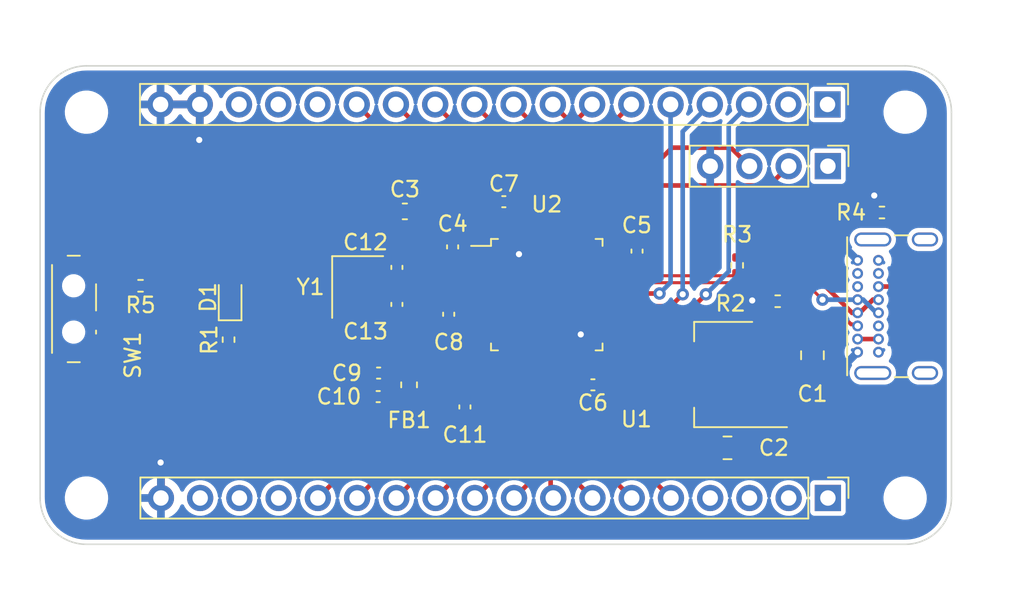
<source format=kicad_pcb>
(kicad_pcb (version 20211014) (generator pcbnew)
  (layers (0 "F.Cu" signal) (31 "B.Cu" power) (34 "B.Paste" user) (35 "F.Paste" user) (36 "B.SilkS" user "B.Silkscreen") (37 "F.SilkS" user "F.Silkscreen") (38 "B.Mask" user) (39 "F.Mask" user) (44 "Edge.Cuts" user))
  (net 0 "")
  (net 1 "VBUS")
  (net 2 "GND")
  (net 3 "+3V3")
  (net 4 "+3.3VA")
  (net 5 "/NRST")
  (net 6 "/HSE_IN")
  (net 7 "/HSE_OUT")
  (net 8 "/PWR_LED_K")
  (net 9 "/PB11")
  (net 10 "/PB12")
  (net 11 "/PB13")
  (net 12 "/PB14")
  (net 13 "/PB15")
  (net 14 "/PA0")
  (net 15 "/PA1")
  (net 16 "/PA2")
  (net 17 "/PA3")
  (net 18 "/PA4")
  (net 19 "/PA5")
  (net 20 "/PA6")
  (net 21 "/PA7")
  (net 22 "/PA8")
  (net 23 "/PA9")
  (net 24 "/PA15")
  (net 25 "/PC13")
  (net 26 "/PC14")
  (net 27 "/PC15")
  (net 28 "/PB0")
  (net 29 "/PB1")
  (net 30 "/PB2")
  (net 31 "/PB3")
  (net 32 "/PB4")
  (net 33 "/PB5")
  (net 34 "/PB6")
  (net 35 "/PB7")
  (net 36 "/PB8")
  (net 37 "/PB9")
  (net 38 "/PB10")
  (net 39 "/CC1")
  (net 41 "/CC2")
  (net 44 "/SWDIO")
  (net 45 "/SWCLK")
  (net 46 "/SW_BOOT0")
  (net 47 "/BOOT0")
  (net 48 "/PA10")
  (net 49 "/USB_D-")
  (net 50 "/USB_D+")
  (footprint "Capacitor_SMD:C_0402_1005Metric" (layer "F.Cu") (at 167.786 109.667 180)
    (fp_text reference "C6" (at 0 -1.16) (layer "F.SilkS"))
    (fp_text value "100n")
    (fp_line (start -0.107836 0.36) (end 0.107836 0.36) (layer "F.SilkS") (width 0.12))
    (fp_line (start -0.107836 -0.36) (end 0.107836 -0.36) (layer "F.SilkS") (width 0.12))
    (pad "1" smd roundrect (at -0.48 0 180) (size 0.56 0.62) (layers "F.Cu" "F.Paste" "F.Mask") (net 3 "+3V3"))
    (pad "2" smd roundrect (at 0.48 0 180) (size 0.56 0.62) (layers "F.Cu" "F.Paste" "F.Mask") (net 2 "GND"))
  )
  (footprint "Resistor_SMD:R_0402_1005Metric" (layer "F.Cu") (at 179.75 104.25 180)
    (fp_text reference "R2" (at 3.05 -0.15 180) (layer "F.SilkS"))
    (fp_text value "5k1")
    (fp_line (start -0.153641 0.38) (end 0.153641 0.38) (layer "F.SilkS") (width 0.12))
    (fp_line (start -0.153641 -0.38) (end 0.153641 -0.38) (layer "F.SilkS") (width 0.12))
    (pad "1" smd roundrect (at -0.51 0 180) (size 0.54 0.64) (layers "F.Cu" "F.Paste" "F.Mask") (net 39 "/CC1"))
    (pad "2" smd roundrect (at 0.51 0 180) (size 0.54 0.64) (layers "F.Cu" "F.Paste" "F.Mask") (net 2 "GND"))
  )
  (footprint "Resistor_SMD:R_0402_1005Metric" (layer "F.Cu") (at 186.5 98.5 180)
    (fp_text reference "R4" (at 2 0) (layer "F.SilkS"))
    (fp_text value "5k1")
    (fp_line (start -0.153641 -0.38) (end 0.153641 -0.38) (layer "F.SilkS") (width 0.12))
    (fp_line (start -0.153641 0.38) (end 0.153641 0.38) (layer "F.SilkS") (width 0.12))
    (pad "1" smd roundrect (at -0.51 0 180) (size 0.54 0.64) (layers "F.Cu" "F.Paste" "F.Mask") (net 41 "/CC2"))
    (pad "2" smd roundrect (at 0.51 0 180) (size 0.54 0.64) (layers "F.Cu" "F.Paste" "F.Mask") (net 2 "GND"))
  )
  (footprint "MountingHole:MountingHole_2.2mm_M2" (layer "F.Cu") (at 188 117)
    (fp_text reference "H1")
    (fp_text value "MountingHole")
    (pad "" np_thru_hole circle (at 0 0) (size 2.2 2.2) (drill 2.2) (layers *.Cu *.Mask))
  )
  (footprint "LED_SMD:LED_0603_1608Metric" (layer "F.Cu") (at 144.3 104 90)
    (fp_text reference "D1" (at 0 -1.43 90) (layer "F.SilkS"))
    (fp_text value "RED")
    (fp_line (start -1.485 0.735) (end 0.8 0.735) (layer "F.SilkS") (width 0.12))
    (fp_line (start 0.8 -0.735) (end -1.485 -0.735) (layer "F.SilkS") (width 0.12))
    (fp_line (start -1.485 -0.735) (end -1.485 0.735) (layer "F.SilkS") (width 0.12))
    (pad "1" smd roundrect (at -0.7875 0 90) (size 0.875 0.95) (layers "F.Cu" "F.Paste" "F.Mask") (net 8 "/PWR_LED_K"))
    (pad "2" smd roundrect (at 0.7875 0 90) (size 0.875 0.95) (layers "F.Cu" "F.Paste" "F.Mask") (net 3 "+3V3"))
  )
  (footprint "Capacitor_SMD:C_0402_1005Metric" (layer "F.Cu") (at 153.914 108.905 180)
    (fp_text reference "C9" (at 2.06 0) (layer "F.SilkS"))
    (fp_text value "1u")
    (fp_line (start -0.107836 -0.36) (end 0.107836 -0.36) (layer "F.SilkS") (width 0.12))
    (fp_line (start -0.107836 0.36) (end 0.107836 0.36) (layer "F.SilkS") (width 0.12))
    (pad "1" smd roundrect (at -0.48 0 180) (size 0.56 0.62) (layers "F.Cu" "F.Paste" "F.Mask") (net 4 "+3.3VA"))
    (pad "2" smd roundrect (at 0.48 0 180) (size 0.56 0.62) (layers "F.Cu" "F.Paste" "F.Mask") (net 2 "GND"))
  )
  (footprint "Capacitor_SMD:C_0402_1005Metric" (layer "F.Cu") (at 158.45 105.095 90)
    (fp_text reference "C8" (at -1.806 0 180) (layer "F.SilkS"))
    (fp_text value "10n")
    (fp_line (start -0.107836 -0.36) (end 0.107836 -0.36) (layer "F.SilkS") (width 0.12))
    (fp_line (start -0.107836 0.36) (end 0.107836 0.36) (layer "F.SilkS") (width 0.12))
    (pad "1" smd roundrect (at -0.48 0 90) (size 0.56 0.62) (layers "F.Cu" "F.Paste" "F.Mask") (net 4 "+3.3VA"))
    (pad "2" smd roundrect (at 0.48 0 90) (size 0.56 0.62) (layers "F.Cu" "F.Paste" "F.Mask") (net 2 "GND"))
  )
  (footprint "Resistor_SMD:R_0402_1005Metric" (layer "F.Cu") (at 177.125 101.925 -90)
    (fp_text reference "R3" (at -2 0) (layer "F.SilkS"))
    (fp_text value "1k5")
    (fp_line (start -0.153641 -0.38) (end 0.153641 -0.38) (layer "F.SilkS") (width 0.12))
    (fp_line (start -0.153641 0.38) (end 0.153641 0.38) (layer "F.SilkS") (width 0.12))
    (pad "1" smd roundrect (at -0.51 0 270) (size 0.54 0.64) (layers "F.Cu" "F.Paste" "F.Mask") (net 3 "+3V3"))
    (pad "2" smd roundrect (at 0.51 0 270) (size 0.54 0.64) (layers "F.Cu" "F.Paste" "F.Mask") (net 50 "/USB_D+"))
  )
  (footprint "Capacitor_SMD:C_0402_1005Metric" (layer "F.Cu") (at 155.096 102.059 90)
    (fp_text reference "C12" (at 1.63 -2.032) (layer "F.SilkS"))
    (fp_text value "10p")
    (fp_line (start -0.107836 0.36) (end 0.107836 0.36) (layer "F.SilkS") (width 0.12))
    (fp_line (start -0.107836 -0.36) (end 0.107836 -0.36) (layer "F.SilkS") (width 0.12))
    (pad "1" smd roundrect (at -0.48 0 90) (size 0.56 0.62) (layers "F.Cu" "F.Paste" "F.Mask") (net 6 "/HSE_IN"))
    (pad "2" smd roundrect (at 0.48 0 90) (size 0.56 0.62) (layers "F.Cu" "F.Paste" "F.Mask") (net 2 "GND"))
  )
  (footprint "MountingHole:MountingHole_2.2mm_M2" (layer "F.Cu") (at 188 92)
    (fp_text reference "H4")
    (fp_text value "MountingHole")
    (pad "" np_thru_hole circle (at 0 0) (size 2.2 2.2) (drill 2.2) (layers *.Cu *.Mask))
  )
  (footprint "Capacitor_SMD:C_0805_2012Metric" (layer "F.Cu") (at 176.5 113.75)
    (fp_text reference "C2" (at 3 0) (layer "F.SilkS"))
    (fp_text value "22u")
    (fp_line (start -0.261252 0.735) (end 0.261252 0.735) (layer "F.SilkS") (width 0.12))
    (fp_line (start -0.261252 -0.735) (end 0.261252 -0.735) (layer "F.SilkS") (width 0.12))
    (pad "1" smd roundrect (at -0.95 0) (size 1 1.45) (layers "F.Cu" "F.Paste" "F.Mask") (net 3 "+3V3"))
    (pad "2" smd roundrect (at 0.95 0) (size 1 1.45) (layers "F.Cu" "F.Paste" "F.Mask") (net 2 "GND"))
  )
  (footprint "Resistor_SMD:R_0402_1005Metric" (layer "F.Cu") (at 138.5 103.25)
    (fp_text reference "R5" (at 0 1.25) (layer "F.SilkS"))
    (fp_text value "10k")
    (fp_line (start -0.153641 -0.38) (end 0.153641 -0.38) (layer "F.SilkS") (width 0.12))
    (fp_line (start -0.153641 0.38) (end 0.153641 0.38) (layer "F.SilkS") (width 0.12))
    (pad "1" smd roundrect (at -0.51 0) (size 0.54 0.64) (layers "F.Cu" "F.Paste" "F.Mask") (net 46 "/SW_BOOT0"))
    (pad "2" smd roundrect (at 0.51 0) (size 0.54 0.64) (layers "F.Cu" "F.Paste" "F.Mask") (net 47 "/BOOT0"))
  )
  (footprint "Capacitor_SMD:C_0402_1005Metric" (layer "F.Cu") (at 170.642 101.003 -90)
    (fp_text reference "C5" (at -1.678 0.017 180) (layer "F.SilkS"))
    (fp_text value "100n")
    (fp_line (start -0.107836 -0.36) (end 0.107836 -0.36) (layer "F.SilkS") (width 0.12))
    (fp_line (start -0.107836 0.36) (end 0.107836 0.36) (layer "F.SilkS") (width 0.12))
    (pad "1" smd roundrect (at -0.48 0 270) (size 0.56 0.62) (layers "F.Cu" "F.Paste" "F.Mask") (net 3 "+3V3"))
    (pad "2" smd roundrect (at 0.48 0 270) (size 0.56 0.62) (layers "F.Cu" "F.Paste" "F.Mask") (net 2 "GND"))
  )
  (footprint "Inductor_SMD:L_0603_1608Metric" (layer "F.Cu") (at 155.886 109.667 -90)
    (fp_text reference "FB1" (at 2.286 0 180) (layer "F.SilkS"))
    (fp_text value "120R")
    (fp_line (start -0.162779 0.51) (end 0.162779 0.51) (layer "F.SilkS") (width 0.12))
    (fp_line (start -0.162779 -0.51) (end 0.162779 -0.51) (layer "F.SilkS") (width 0.12))
    (pad "1" smd roundrect (at -0.7875 0 270) (size 0.875 0.95) (layers "F.Cu" "F.Paste" "F.Mask") (net 4 "+3.3VA"))
    (pad "2" smd roundrect (at 0.7875 0 270) (size 0.875 0.95) (layers "F.Cu" "F.Paste" "F.Mask") (net 3 "+3V3"))
  )
  (footprint "Resistor_SMD:R_0402_1005Metric" (layer "F.Cu") (at 144.2 106.74 -90)
    (fp_text reference "R1" (at 0.01 1.25 90) (layer "F.SilkS"))
    (fp_text value "1k5")
    (fp_line (start -0.153641 0.38) (end 0.153641 0.38) (layer "F.SilkS") (width 0.12))
    (fp_line (start -0.153641 -0.38) (end 0.153641 -0.38) (layer "F.SilkS") (width 0.12))
    (pad "1" smd roundrect (at -0.51 0 270) (size 0.54 0.64) (layers "F.Cu" "F.Paste" "F.Mask") (net 8 "/PWR_LED_K"))
    (pad "2" smd roundrect (at 0.51 0 270) (size 0.54 0.64) (layers "F.Cu" "F.Paste" "F.Mask") (net 2 "GND"))
  )
  (footprint "Capacitor_SMD:C_0402_1005Metric" (layer "F.Cu") (at 162.02 97.8)
    (fp_text reference "C7" (at 0 -1.16) (layer "F.SilkS"))
    (fp_text value "100n")
    (fp_line (start -0.107836 -0.36) (end 0.107836 -0.36) (layer "F.SilkS") (width 0.12))
    (fp_line (start -0.107836 0.36) (end 0.107836 0.36) (layer "F.SilkS") (width 0.12))
    (pad "1" smd roundrect (at -0.48 0) (size 0.56 0.62) (layers "F.Cu" "F.Paste" "F.Mask") (net 3 "+3V3"))
    (pad "2" smd roundrect (at 0.48 0) (size 0.56 0.62) (layers "F.Cu" "F.Paste" "F.Mask") (net 2 "GND"))
  )
  (footprint "Capacitor_SMD:C_0603_1608Metric" (layer "F.Cu") (at 155.6125 98.429)
    (fp_text reference "C3" (at 0 -1.43) (layer "F.SilkS"))
    (fp_text value "10u")
    (fp_line (start -0.14058 -0.51) (end 0.14058 -0.51) (layer "F.SilkS") (width 0.12))
    (fp_line (start -0.14058 0.51) (end 0.14058 0.51) (layer "F.SilkS") (width 0.12))
    (pad "1" smd roundrect (at -0.775 0) (size 0.9 0.95) (layers "F.Cu" "F.Paste" "F.Mask") (net 3 "+3V3"))
    (pad "2" smd roundrect (at 0.775 0) (size 0.9 0.95) (layers "F.Cu" "F.Paste" "F.Mask") (net 2 "GND"))
  )
  (footprint "Capacitor_SMD:C_0402_1005Metric" (layer "F.Cu") (at 159.5 111.1 -90)
    (fp_text reference "C11" (at 1.8 0 180) (layer "F.SilkS"))
    (fp_text value "100n")
    (fp_line (start -0.107836 -0.36) (end 0.107836 -0.36) (layer "F.SilkS") (width 0.12))
    (fp_line (start -0.107836 0.36) (end 0.107836 0.36) (layer "F.SilkS") (width 0.12))
    (pad "1" smd roundrect (at -0.48 0 270) (size 0.56 0.62) (layers "F.Cu" "F.Paste" "F.Mask") (net 5 "/NRST"))
    (pad "2" smd roundrect (at 0.48 0 270) (size 0.56 0.62) (layers "F.Cu" "F.Paste" "F.Mask") (net 2 "GND"))
  )
  (footprint "Connector_PinHeader_2.54mm:PinHeader_1x18_P2.54mm_Vertical" (layer "F.Cu") (at 183 117 -90)
    (fp_text reference "J1" hide)
    (fp_text value "Conn_01x18_Male")
    (fp_line (start -1.33 -1.33) (end 0 -1.33) (layer "F.SilkS") (width 0.12))
    (fp_line (start -1.33 0) (end -1.33 -1.33) (layer "F.SilkS") (width 0.12))
    (fp_line (start -1.33 1.27) (end -1.33 44.51) (layer "F.SilkS") (width 0.12))
    (fp_line (start 1.33 1.27) (end 1.33 44.51) (layer "F.SilkS") (width 0.12))
    (fp_line (start -1.33 1.27) (end 1.33 1.27) (layer "F.SilkS") (width 0.12))
    (fp_line (start -1.33 44.51) (end 1.33 44.51) (layer "F.SilkS") (width 0.12))
    (pad "1" thru_hole rect (at 0 0 270) (size 1.7 1.7) (drill 1) (layers *.Cu *.Mask) (net 3 "+3V3"))
    (pad "2" thru_hole oval (at 0 2.54 270) (size 1.7 1.7) (drill 1) (layers *.Cu *.Mask) (net 12 "/PB14"))
    (pad "3" thru_hole oval (at 0 5.08 270) (size 1.7 1.7) (drill 1) (layers *.Cu *.Mask) (net 11 "/PB13"))
    (pad "4" thru_hole oval (at 0 7.62 270) (size 1.7 1.7) (drill 1) (layers *.Cu *.Mask) (net 10 "/PB12"))
    (pad "5" thru_hole oval (at 0 10.16 270) (size 1.7 1.7) (drill 1) (layers *.Cu *.Mask) (net 9 "/PB11"))
    (pad "6" thru_hole oval (at 0 12.7 270) (size 1.7 1.7) (drill 1) (layers *.Cu *.Mask) (net 38 "/PB10"))
    (pad "7" thru_hole oval (at 0 15.24 270) (size 1.7 1.7) (drill 1) (layers *.Cu *.Mask) (net 30 "/PB2"))
    (pad "8" thru_hole oval (at 0 17.78 270) (size 1.7 1.7) (drill 1) (layers *.Cu *.Mask) (net 29 "/PB1"))
    (pad "9" thru_hole oval (at 0 20.32 270) (size 1.7 1.7) (drill 1) (layers *.Cu *.Mask) (net 28 "/PB0"))
    (pad "10" thru_hole oval (at 0 22.86 270) (size 1.7 1.7) (drill 1) (layers *.Cu *.Mask) (net 21 "/PA7"))
    (pad "11" thru_hole oval (at 0 25.4 270) (size 1.7 1.7) (drill 1) (layers *.Cu *.Mask) (net 20 "/PA6"))
    (pad "12" thru_hole oval (at 0 27.94 270) (size 1.7 1.7) (drill 1) (layers *.Cu *.Mask) (net 19 "/PA5"))
    (pad "13" thru_hole oval (at 0 30.48 270) (size 1.7 1.7) (drill 1) (layers *.Cu *.Mask) (net 18 "/PA4"))
    (pad "14" thru_hole oval (at 0 33.02 270) (size 1.7 1.7) (drill 1) (layers *.Cu *.Mask) (net 17 "/PA3"))
    (pad "15" thru_hole oval (at 0 35.56 270) (size 1.7 1.7) (drill 1) (layers *.Cu *.Mask) (net 16 "/PA2"))
    (pad "16" thru_hole oval (at 0 38.1 270) (size 1.7 1.7) (drill 1) (layers *.Cu *.Mask) (net 15 "/PA1"))
    (pad "17" thru_hole oval (at 0 40.64 270) (size 1.7 1.7) (drill 1) (layers *.Cu *.Mask) (net 14 "/PA0"))
    (pad "18" thru_hole oval (at 0 43.18 270) (size 1.7 1.7) (drill 1) (layers *.Cu *.Mask) (net 2 "GND"))
  )
  (footprint "Button_Switch_SMD:SW_SPDT_PCM12" (layer "F.Cu") (at 134.5 104.75 -90)
    (fp_text reference "SW1" (at 3 -3.5 90) (layer "F.SilkS"))
    (fp_text value "SW_SPDT")
    (fp_line (start -1.6 -1.12) (end 0.1 -1.12) (layer "F.SilkS") (width 0.12))
    (fp_line (start 3.45 0.72) (end 3.45 -0.07) (layer "F.SilkS") (width 0.12))
    (fp_line (start 1.4 -1.12) (end 1.6 -1.12) (layer "F.SilkS") (width 0.12))
    (fp_line (start -3.45 -0.07) (end -3.45 0.72) (layer "F.SilkS") (width 0.12))
    (fp_line (start -2.85 1.73) (end 2.85 1.73) (layer "F.SilkS") (width 0.12))
    (pad "" smd rect (at -3.65 1.43 270) (size 1 0.8) (layers "F.Cu" "F.Paste" "F.Mask"))
    (pad "" smd rect (at -3.65 -0.78 270) (size 1 0.8) (layers "F.Cu" "F.Paste" "F.Mask"))
    (pad "" np_thru_hole circle (at -1.5 0.33 270) (size 0.9 0.9) (drill 0.9) (layers *.Cu *.Mask))
    (pad "" np_thru_hole circle (at 1.5 0.33 270) (size 0.9 0.9) (drill 0.9) (layers *.Cu *.Mask))
    (pad "" smd rect (at 3.65 -0.78 270) (size 1 0.8) (layers "F.Cu" "F.Paste" "F.Mask"))
    (pad "" smd rect (at 3.65 1.43 270) (size 1 0.8) (layers "F.Cu" "F.Paste" "F.Mask"))
    (pad "1" smd rect (at -2.25 -1.43 270) (size 0.7 1.5) (layers "F.Cu" "F.Paste" "F.Mask") (net 2 "GND"))
    (pad "2" smd rect (at 0.75 -1.43 270) (size 0.7 1.5) (layers "F.Cu" "F.Paste" "F.Mask") (net 46 "/SW_BOOT0"))
    (pad "3" smd rect (at 2.25 -1.43 270) (size 0.7 1.5) (layers "F.Cu" "F.Paste" "F.Mask") (net 3 "+3V3"))
  )
  (footprint "Connector_PinHeader_2.54mm:PinHeader_1x04_P2.54mm_Vertical" (layer "F.Cu") (at 183 95.5 -90)
    (fp_text reference "J4" hide)
    (fp_text value "Conn_01x04_Male")
    (fp_line (start -1.33 8.95) (end 1.33 8.95) (layer "F.SilkS") (width 0.12))
    (fp_line (start -1.33 0) (end -1.33 -1.33) (layer "F.SilkS") (width 0.12))
    (fp_line (start -1.33 1.27) (end 1.33 1.27) (layer "F.SilkS") (width 0.12))
    (fp_line (start 1.33 1.27) (end 1.33 8.95) (layer "F.SilkS") (width 0.12))
    (fp_line (start -1.33 1.27) (end -1.33 8.95) (layer "F.SilkS") (width 0.12))
    (fp_line (start -1.33 -1.33) (end 0 -1.33) (layer "F.SilkS") (width 0.12))
    (pad "1" thru_hole rect (at 0 0 270) (size 1.7 1.7) (drill 1) (layers *.Cu *.Mask) (net 3 "+3V3"))
    (pad "2" thru_hole oval (at 0 2.54 270) (size 1.7 1.7) (drill 1) (layers *.Cu *.Mask) (net 44 "/SWDIO"))
    (pad "3" thru_hole oval (at 0 5.08 270) (size 1.7 1.7) (drill 1) (layers *.Cu *.Mask) (net 45 "/SWCLK"))
    (pad "4" thru_hole oval (at 0 7.62 270) (size 1.7 1.7) (drill 1) (layers *.Cu *.Mask) (net 2 "GND"))
  )
  (footprint "Capacitor_SMD:C_0402_1005Metric" (layer "F.Cu") (at 153.886 110.429 180)
    (fp_text reference "C10" (at 2.54 0) (layer "F.SilkS"))
    (fp_text value "1u")
    (fp_line (start -0.107836 0.36) (end 0.107836 0.36) (layer "F.SilkS") (width 0.12))
    (fp_line (start -0.107836 -0.36) (end 0.107836 -0.36) (layer "F.SilkS") (width 0.12))
    (pad "1" smd roundrect (at -0.48 0 180) (size 0.56 0.62) (layers "F.Cu" "F.Paste" "F.Mask") (net 3 "+3V3"))
    (pad "2" smd roundrect (at 0.48 0 180) (size 0.56 0.62) (layers "F.Cu" "F.Paste" "F.Mask") (net 2 "GND"))
  )
  (footprint "Capacitor_SMD:C_0402_1005Metric" (layer "F.Cu") (at 158.704 100.729 90)
    (fp_text reference "C4" (at 1.496 0 180) (layer "F.SilkS"))
    (fp_text value "100n")
    (fp_line (start -0.107836 0.36) (end 0.107836 0.36) (layer "F.SilkS") (width 0.12))
    (fp_line (start -0.107836 -0.36) (end 0.107836 -0.36) (layer "F.SilkS") (width 0.12))
    (pad "1" smd roundrect (at -0.48 0 90) (size 0.56 0.62) (layers "F.Cu" "F.Paste" "F.Mask") (net 3 "+3V3"))
    (pad "2" smd roundrect (at 0.48 0 90) (size 0.56 0.62) (layers "F.Cu" "F.Paste" "F.Mask") (net 2 "GND"))
  )
  (footprint "Crystal:Crystal_SMD_3225-4Pin_3.2x2.5mm" (layer "F.Cu") (at 152.556 103.329 -90)
    (fp_text reference "Y1" (at 0 3.048 180) (layer "F.SilkS"))
    (fp_text value "16Mhz")
    (fp_line (start -2 1.65) (end 2 1.65) (layer "F.SilkS") (width 0.12))
    (fp_line (start -2 -1.65) (end -2 1.65) (layer "F.SilkS") (width 0.12))
    (pad "1" smd rect (at -1.1 0.85 270) (size 1.4 1.2) (layers "F.Cu" "F.Paste" "F.Mask") (net 6 "/HSE_IN"))
    (pad "2" smd rect (at 1.1 0.85 270) (size 1.4 1.2) (layers "F.Cu" "F.Paste" "F.Mask") (net 2 "GND"))
    (pad "3" smd rect (at 1.1 -0.85 270) (size 1.4 1.2) (layers "F.Cu" "F.Paste" "F.Mask") (net 7 "/HSE_OUT"))
    (pad "4" smd rect (at -1.1 -0.85 270) (size 1.4 1.2) (layers "F.Cu" "F.Paste" "F.Mask") (net 2 "GND"))
  )
  (footprint "Capacitor_SMD:C_0402_1005Metric" (layer "F.Cu") (at 155.096 104.457 -90)
    (fp_text reference "C13" (at 1.75 2.032 180) (layer "F.SilkS"))
    (fp_text value "10p")
    (fp_line (start -0.107836 -0.36) (end 0.107836 -0.36) (layer "F.SilkS") (width 0.12))
    (fp_line (start -0.107836 0.36) (end 0.107836 0.36) (layer "F.SilkS") (width 0.12))
    (pad "1" smd roundrect (at -0.48 0 270) (size 0.56 0.62) (layers "F.Cu" "F.Paste" "F.Mask") (net 7 "/HSE_OUT"))
    (pad "2" smd roundrect (at 0.48 0 270) (size 0.56 0.62) (layers "F.Cu" "F.Paste" "F.Mask") (net 2 "GND"))
  )
  (footprint "Package_TO_SOT_SMD:SOT-223-3_TabPin2" (layer "F.Cu") (at 176.25 109 180)
    (fp_text reference "U1" (at 5.65 -2.9 180) (layer "F.SilkS"))
    (fp_text value "AMS1117-3.3")
    (fp_line (start -1.85 3.41) (end 1.91 3.41) (layer "F.SilkS") (width 0.12))
    (fp_line (start -4.1 -3.41) (end 1.91 -3.41) (layer "F.SilkS") (width 0.12))
    (fp_line (start 1.91 -3.41) (end 1.91 -2.15) (layer "F.SilkS") (width 0.12))
    (fp_line (start 1.91 3.41) (end 1.91 2.15) (layer "F.SilkS") (width 0.12))
    (pad "1" smd rect (at -3.15 -2.3 180) (size 2 1.5) (layers "F.Cu" "F.Paste" "F.Mask") (net 2 "GND"))
    (pad "2" smd rect (at 3.15 0 180) (size 2 3.8) (layers "F.Cu" "F.Paste" "F.Mask") (net 3 "+3V3"))
    (pad "2" smd rect (at -3.15 0 180) (size 2 1.5) (layers "F.Cu" "F.Paste" "F.Mask") (net 3 "+3V3"))
    (pad "3" smd rect (at -3.15 2.3 180) (size 2 1.5) (layers "F.Cu" "F.Paste" "F.Mask") (net 1 "VBUS"))
  )
  (footprint "Connector_USB:USB_C_Receptacle_GCT_USB4085" (layer "F.Cu") (at 184.925 107.55 90)
    (fp_text reference "J3" hide)
    (fp_text value "USB_C_Receptacle_USB2.0")
    (fp_line (start -1.62 2.4) (end -1.62 3.3) (layer "F.SilkS") (width 0.12))
    (fp_line (start 7.57 2.4) (end 7.57 3.3) (layer "F.SilkS") (width 0.12))
    (fp_line (start -1.5 -0.68) (end 7.45 -0.68) (layer "F.SilkS") (width 0.12))
    (pad "A1" thru_hole circle (at 0 0 90) (size 0.7 0.7) (drill 0.4) (layers *.Cu *.Mask) (net 2 "GND"))
    (pad "A4" thru_hole circle (at 0.85 0 90) (size 0.7 0.7) (drill 0.4) (layers *.Cu *.Mask) (net 1 "VBUS"))
    (pad "A5" thru_hole circle (at 1.7 0 90) (size 0.7 0.7) (drill 0.4) (layers *.Cu *.Mask) (net 39 "/CC1"))
    (pad "A6" thru_hole circle (at 2.55 0 90) (size 0.7 0.7) (drill 0.4) (layers *.Cu *.Mask) (net 50 "/USB_D+"))
    (pad "A7" thru_hole circle (at 3.4 0 90) (size 0.7 0.7) (drill 0.4) (layers *.Cu *.Mask) (net 49 "/USB_D-"))
    (pad "A8" thru_hole circle (at 4.25 0 90) (size 0.7 0.7) (drill 0.4) (layers *.Cu *.Mask))
    (pad "A9" thru_hole circle (at 5.1 0 90) (size 0.7 0.7) (drill 0.4) (layers *.Cu *.Mask) (net 1 "VBUS"))
    (pad "A12" thru_hole circle (at 5.95 0 90) (size 0.7 0.7) (drill 0.4) (layers *.Cu *.Mask) (net 2 "GND"))
    (pad "B1" thru_hole circle (at 5.95 1.35 90) (size 0.7 0.7) (drill 0.4) (layers *.Cu *.Mask) (net 2 "GND"))
    (pad "B4" thru_hole circle (at 5.1 1.35 90) (size 0.7 0.7) (drill 0.4) (layers *.Cu *.Mask) (net 1 "VBUS"))
    (pad "B5" thru_hole circle (at 4.25 1.35 90) (size 0.7 0.7) (drill 0.4) (layers *.Cu *.Mask) (net 41 "/CC2"))
    (pad "B6" thru_hole circle (at 3.4 1.35 90) (size 0.7 0.7) (drill 0.4) (layers *.Cu *.Mask) (net 50 "/USB_D+"))
    (pad "B7" thru_hole circle (at 2.55 1.35 90) (size 0.7 0.7) (drill 0.4) (layers *.Cu *.Mask) (net 49 "/USB_D-"))
    (pad "B8" thru_hole circle (at 1.7 1.35 90) (size 0.7 0.7) (drill 0.4) (layers *.Cu *.Mask))
    (pad "B9" thru_hole circle (at 0.85 1.35 90) (size 0.7 0.7) (drill 0.4) (layers *.Cu *.Mask) (net 1 "VBUS"))
    (pad "B12" thru_hole circle (at 0 1.35 90) (size 0.7 0.7) (drill 0.4) (layers *.Cu *.Mask) (net 2 "GND"))
    (pad "S1" thru_hole oval (at 7.3 0.98 90) (size 0.9 2.4) (drill oval 0.6 2.1) (layers *.Cu *.Mask))
    (pad "S1" thru_hole oval (at -1.35 4.36 90) (size 0.9 1.7) (drill oval 0.6 1.4) (layers *.Cu *.Mask))
    (pad "S1" thru_hole oval (at 7.3 4.36 90) (size 0.9 1.7) (drill oval 0.6 1.4) (layers *.Cu *.Mask))
    (pad "S1" thru_hole oval (at -1.35 0.98 90) (size 0.9 2.4) (drill oval 0.6 2.1) (layers *.Cu *.Mask))
  )
  (footprint "MountingHole:MountingHole_2.2mm_M2" (layer "F.Cu") (at 135 117)
    (fp_text reference "H3")
    (fp_text value "MountingHole")
    (pad "" np_thru_hole circle (at 0 0) (size 2.2 2.2) (drill 2.2) (layers *.Cu *.Mask))
  )
  (footprint "Capacitor_SMD:C_0805_2012Metric" (layer "F.Cu") (at 182 107.75 -90)
    (fp_text reference "C1" (at 2.5 0 180) (layer "F.SilkS"))
    (fp_text value "22u")
    (fp_line (start -0.261252 0.735) (end 0.261252 0.735) (layer "F.SilkS") (width 0.12))
    (fp_line (start -0.261252 -0.735) (end 0.261252 -0.735) (layer "F.SilkS") (width 0.12))
    (pad "1" smd roundrect (at -0.95 0 270) (size 1 1.45) (layers "F.Cu" "F.Paste" "F.Mask") (net 1 "VBUS"))
    (pad "2" smd roundrect (at 0.95 0 270) (size 1 1.45) (layers "F.Cu" "F.Paste" "F.Mask") (net 2 "GND"))
  )
  (footprint "Package_QFP:LQFP-48_7x7mm_P0.5mm" (layer "F.Cu") (at 164.8 103.825)
    (fp_text reference "U2" (at 0 -5.85) (layer "F.SilkS"))
    (fp_text value "STM32F103C8T6")
    (fp_line (start 3.16 -3.61) (end 3.61 -3.61) (layer "F.SilkS") (width 0.12))
    (fp_line (start -3.16 -3.61) (end -3.61 -3.61) (layer "F.SilkS") (width 0.12))
    (fp_line (start -3.61 3.61) (end -3.61 3.16) (layer "F.SilkS") (width 0.12))
    (fp_line (start -3.61 -3.61) (end -3.61 -3.16) (layer "F.SilkS") (width 0.12))
    (fp_line (start -3.16 3.61) (end -3.61 3.61) (layer "F.SilkS") (width 0.12))
    (fp_line (start 3.61 -3.61) (end 3.61 -3.16) (layer "F.SilkS") (width 0.12))
    (fp_line (start 3.16 3.61) (end 3.61 3.61) (layer "F.SilkS") (width 0.12))
    (fp_line (start -3.61 -3.16) (end -4.9 -3.16) (layer "F.SilkS") (width 0.12))
    (fp_line (start 3.61 3.61) (end 3.61 3.16) (layer "F.SilkS") (width 0.12))
    (pad "1" smd roundrect (at -4.1625 -2.75) (size 1.475 0.3) (layers "F.Cu" "F.Paste" "F.Mask") (net 3 "+3V3"))
    (pad "2" smd roundrect (at -4.1625 -2.25) (size 1.475 0.3) (layers "F.Cu" "F.Paste" "F.Mask") (net 25 "/PC13"))
    (pad "3" smd roundrect (at -4.1625 -1.75) (size 1.475 0.3) (layers "F.Cu" "F.Paste" "F.Mask") (net 26 "/PC14"))
    (pad "4" smd roundrect (at -4.1625 -1.25) (size 1.475 0.3) (layers "F.Cu" "F.Paste" "F.Mask") (net 27 "/PC15"))
    (pad "5" smd roundrect (at -4.1625 -0.75) (size 1.475 0.3) (layers "F.Cu" "F.Paste" "F.Mask") (net 6 "/HSE_IN"))
    (pad "6" smd roundrect (at -4.1625 -0.25) (size 1.475 0.3) (layers "F.Cu" "F.Paste" "F.Mask") (net 7 "/HSE_OUT"))
    (pad "7" smd roundrect (at -4.1625 0.25) (size 1.475 0.3) (layers "F.Cu" "F.Paste" "F.Mask") (net 5 "/NRST"))
    (pad "8" smd roundrect (at -4.1625 0.75) (size 1.475 0.3) (layers "F.Cu" "F.Paste" "F.Mask") (net 2 "GND"))
    (pad "9" smd roundrect (at -4.1625 1.25) (size 1.475 0.3) (layers "F.Cu" "F.Paste" "F.Mask") (net 4 "+3.3VA"))
    (pad "10" smd roundrect (at -4.1625 1.75) (size 1.475 0.3) (layers "F.Cu" "F.Paste" "F.Mask") (net 14 "/PA0"))
    (pad "11" smd roundrect (at -4.1625 2.25) (size 1.475 0.3) (layers "F.Cu" "F.Paste" "F.Mask") (net 15 "/PA1"))
    (pad "12" smd roundrect (at -4.1625 2.75) (size 1.475 0.3) (layers "F.Cu" "F.Paste" "F.Mask") (net 16 "/PA2"))
    (pad "13" smd roundrect (at -2.75 4.1625) (size 0.3 1.475) (layers "F.Cu" "F.Paste" "F.Mask") (net 17 "/PA3"))
    (pad "14" smd roundrect (at -2.25 4.1625) (size 0.3 1.475) (layers "F.Cu" "F.Paste" "F.Mask") (net 18 "/PA4"))
    (pad "15" smd roundrect (at -1.75 4.1625) (size 0.3 1.475) (layers "F.Cu" "F.Paste" "F.Mask") (net 19 "/PA5"))
    (pad "16" smd roundrect (at -1.25 4.1625) (size 0.3 1.475) (layers "F.Cu" "F.Paste" "F.Mask") (net 20 "/PA6"))
    (pad "17" smd roundrect (at -0.75 4.1625) (size 0.3 1.475) (layers "F.Cu" "F.Paste" "F.Mask") (net 21 "/PA7"))
    (pad "18" smd roundrect (at -0.25 4.1625) (size 0.3 1.475) (layers "F.Cu" "F.Paste" "F.Mask") (net 28 "/PB0"))
    (pad "19" smd roundrect (at 0.25 4.1625) (size 0.3 1.475) (layers "F.Cu" "F.Paste" "F.Mask") (net 29 "/PB1"))
    (pad "20" smd roundrect (at 0.75 4.1625) (size 0.3 1.475) (layers "F.Cu" "F.Paste" "F.Mask") (net 30 "/PB2"))
    (pad "21" smd roundrect (at 1.25 4.1625) (size 0.3 1.475) (layers "F.Cu" "F.Paste" "F.Mask") (net 38 "/PB10"))
    (pad "22" smd roundrect (at 1.75 4.1625) (size 0.3 1.475) (layers "F.Cu" "F.Paste" "F.Mask") (net 9 "/PB11"))
    (pad "23" smd roundrect (at 2.25 4.1625) (size 0.3 1.475) (layers "F.Cu" "F.Paste" "F.Mask") (net 2 "GND"))
    (pad "24" smd roundrect (at 2.75 4.1625) (size 0.3 1.475) (layers "F.Cu" "F.Paste" "F.Mask") (net 3 "+3V3"))
    (pad "25" smd roundrect (at 4.1625 2.75) (size 1.475 0.3) (layers "F.Cu" "F.Paste" "F.Mask") (net 10 "/PB12"))
    (pad "26" smd roundrect (at 4.1625 2.25) (size 1.475 0.3) (layers "F.Cu" "F.Paste" "F.Mask") (net 11 "/PB13"))
    (pad "27" smd roundrect (at 4.1625 1.75) (size 1.475 0.3) (layers "F.Cu" "F.Paste" "F.Mask") (net 12 "/PB14"))
    (pad "28" smd roundrect (at 4.1625 1.25) (size 1.475 0.3) (layers "F.Cu" "F.Paste" "F.Mask") (net 13 "/PB15"))
    (pad "29" smd roundrect (at 4.1625 0.75) (size 1.475 0.3) (layers "F.Cu" "F.Paste" "F.Mask") (net 22 "/PA8"))
    (pad "30" smd roundrect (at 4.1625 0.25) (size 1.475 0.3) (layers "F.Cu" "F.Paste" "F.Mask") (net 23 "/PA9"))
    (pad "31" smd roundrect (at 4.1625 -0.25) (size 1.475 0.3) (layers "F.Cu" "F.Paste" "F.Mask") (net 48 "/PA10"))
    (pad "32" smd roundrect (at 4.1625 -0.75) (size 1.475 0.3) (layers "F.Cu" "F.Paste" "F.Mask") (net 49 "/USB_D-"))
    (pad "33" smd roundrect (at 4.1625 -1.25) (size 1.475 0.3) (layers "F.Cu" "F.Paste" "F.Mask") (net 50 "/USB_D+"))
    (pad "34" smd roundrect (at 4.1625 -1.75) (size 1.475 0.3) (layers "F.Cu" "F.Paste" "F.Mask") (net 44 "/SWDIO"))
    (pad "35" smd roundrect (at 4.1625 -2.25) (size 1.475 0.3) (layers "F.Cu" "F.Paste" "F.Mask") (net 2 "GND"))
    (pad "36" smd roundrect (at 4.1625 -2.75) (size 1.475 0.3) (layers "F.Cu" "F.Paste" "F.Mask") (net 3 "+3V3"))
    (pad "37" smd roundrect (at 2.75 -4.1625) (size 0.3 1.475) (layers "F.Cu" "F.Paste" "F.Mask") (net 45 "/SWCLK"))
    (pad "38" smd roundrect (at 2.25 -4.1625) (size 0.3 1.475) (layers "F.Cu" "F.Paste" "F.Mask") (net 24 "/PA15"))
    (pad "39" smd roundrect (at 1.75 -4.1625) (size 0.3 1.475) (layers "F.Cu" "F.Paste" "F.Mask") (net 31 "/PB3"))
    (pad "40" smd roundrect (at 1.25 -4.1625) (size 0.3 1.475) (layers "F.Cu" "F.Paste" "F.Mask") (net 32 "/PB4"))
    (pad "41" smd roundrect (at 0.75 -4.1625) (size 0.3 1.475) (layers "F.Cu" "F.Paste" "F.Mask") (net 33 "/PB5"))
    (pad "42" smd roundrect (at 0.25 -4.1625) (size 0.3 1.475) (layers "F.Cu" "F.Paste" "F.Mask") (net 34 "/PB6"))
    (pad "43" smd roundrect (at -0.25 -4.1625) (size 0.3 1.475) (layers "F.Cu" "F.Paste" "F.Mask") (net 35 "/PB7"))
    (pad "44" smd roundrect (at -0.75 -4.1625) (size 0.3 1.475) (layers "F.Cu" "F.Paste" "F.Mask") (net 47 "/BOOT0"))
    (pad "45" smd roundrect (at -1.25 -4.1625) (size 0.3 1.475) (layers "F.Cu" "F.Paste" "F.Mask") (net 36 "/PB8"))
    (pad "46" smd roundrect (at -1.75 -4.1625) (size 0.3 1.475) (layers "F.Cu" "F.Paste" "F.Mask") (net 37 "/PB9"))
    (pad "47" smd roundrect (at -2.25 -4.1625) (size 0.3 1.475) (layers "F.Cu" "F.Paste" "F.Mask") (net 2 "GND"))
    (pad "48" smd roundrect (at -2.75 -4.1625) (size 0.3 1.475) (layers "F.Cu" "F.Paste" "F.Mask") (net 3 "+3V3"))
  )
  (footprint "Connector_PinHeader_2.54mm:PinHeader_1x18_P2.54mm_Vertical" (layer "F.Cu") (at 182.974997 91.499995 -90)
    (fp_text reference "J2" hide)
    (fp_text value "Conn_01x18_Male")
    (fp_line (start -1.33 -1.33) (end 0 -1.33) (layer "F.SilkS") (width 0.12))
    (fp_line (start 1.33 1.27) (end 1.33 44.51) (layer "F.SilkS") (width 0.12))
    (fp_line (start -1.33 1.27) (end -1.33 44.51) (layer "F.SilkS") (width 0.12))
    (fp_line (start -1.33 44.51) (end 1.33 44.51) (layer "F.SilkS") (width 0.12))
    (fp_line (start -1.33 1.27) (end 1.33 1.27) (layer "F.SilkS") (width 0.12))
    (fp_line (start -1.33 0) (end -1.33 -1.33) (layer "F.SilkS") (width 0.12))
    (pad "1" thru_hole rect (at 0 0 270) (size 1.7 1.7) (drill 1) (layers *.Cu *.Mask) (net 3 "+3V3"))
    (pad "2" thru_hole oval (at 0 2.54 270) (size 1.7 1.7) (drill 1) (layers *.Cu *.Mask) (net 3 "+3V3"))
    (pad "3" thru_hole oval (at 0 5.08 270) (size 1.7 1.7) (drill 1) (layers *.Cu *.Mask) (net 13 "/PB15"))
    (pad "4" thru_hole oval (at 0 7.62 270) (size 1.7 1.7) (drill 1) (layers *.Cu *.Mask) (net 22 "/PA8"))
    (pad "5" thru_hole oval (at 0 10.16 270) (size 1.7 1.7) (drill 1) (layers *.Cu *.Mask) (net 23 "/PA9"))
    (pad "6" thru_hole oval (at 0 12.7 270) (size 1.7 1.7) (drill 1) (layers *.Cu *.Mask) (net 24 "/PA15"))
    (pad "7" thru_hole oval (at 0 15.24 270) (size 1.7 1.7) (drill 1) (layers *.Cu *.Mask) (net 31 "/PB3"))
    (pad "8" thru_hole oval (at 0 17.78 270) (size 1.7 1.7) (drill 1) (layers *.Cu *.Mask) (net 32 "/PB4"))
    (pad "9" thru_hole oval (at 0 20.32 270) (size 1.7 1.7) (drill 1) (layers *.Cu *.Mask) (net 33 "/PB5"))
    (pad "10" thru_hole oval (at 0 22.86 270) (size 1.7 1.7) (drill 1) (layers *.Cu *.Mask) (net 34 "/PB6"))
    (pad "11" thru_hole oval (at 0 25.4 270) (size 1.7 1.7) (drill 1) (layers *.Cu *.Mask) (net 35 "/PB7"))
    (pad "12" thru_hole oval (at 0 27.94 270) (size 1.7 1.7) (drill 1) (layers *.Cu *.Mask) (net 36 "/PB8"))
    (pad "13" thru_hole oval (at 0 30.48 270) (size 1.7 1.7) (drill 1) (layers *.Cu *.Mask) (net 37 "/PB9"))
    (pad "14" thru_hole oval (at 0 33.02 270) (size 1.7 1.7) (drill 1) (layers *.Cu *.Mask) (net 25 "/PC13"))
    (pad "15" thru_hole oval (at 0 35.56 270) (size 1.7 1.7) (drill 1) (layers *.Cu *.Mask) (net 26 "/PC14"))
    (pad "16" thru_hole oval (at 0 38.1 270) (size 1.7 1.7) (drill 1) (layers *.Cu *.Mask) (net 27 "/PC15"))
    (pad "17" thru_hole oval (at 0 40.64 270) (size 1.7 1.7) (drill 1) (layers *.Cu *.Mask) (net 2 "GND"))
    (pad "18" thru_hole oval (at 0 43.18 270) (size 1.7 1.7) (drill 1) (layers *.Cu *.Mask) (net 2 "GND"))
  )
  (footprint "MountingHole:MountingHole_2.2mm_M2" (layer "F.Cu") (at 135 92)
    (fp_text reference "H2")
    (fp_text value "MountingHole")
    (pad "" np_thru_hole circle (at 0 0) (size 2.2 2.2) (drill 2.2) (layers *.Cu *.Mask))
  )
  (gr_line (start 191 117) (end 191 92) (layer "Edge.Cuts") (width 0.1))
  (gr_line (start 188 89) (end 135 89) (layer "Edge.Cuts") (width 0.1))
  (gr_arc (start 191 117) (mid 190.12132 119.12132) (end 188 120) (layer "Edge.Cuts") (width 0.1))
  (gr_line (start 135 120) (end 188 120) (layer "Edge.Cuts") (width 0.1))
  (gr_arc (start 135 120) (mid 132.87868 119.12132) (end 132 117) (layer "Edge.Cuts") (width 0.1))
  (gr_arc (start 188 89) (mid 190.12132 89.87868) (end 191 92) (layer "Edge.Cuts") (width 0.1))
  (gr_arc (start 132 92) (mid 132.87868 89.87868) (end 135 89) (layer "Edge.Cuts") (width 0.1))
  (gr_line (start 132 92) (end 132 117) (layer "Edge.Cuts") (width 0.1))
  (segment (start 184.925 106.7) (end 186.275 106.7) (width 0.3) (layer "F.Cu") (net 1))
  (segment (start 167.05 107.9875) (end 167.05 106.45) (width 0.3) (layer "F.Cu") (net 2))
  (segment (start 152.655511 105.478511) (end 151.706 104.529) (width 0.3) (layer "F.Cu") (net 2))
  (segment (start 139.82 114.72) (end 139.8 114.7) (width 0.5) (layer "F.Cu") (net 2))
  (segment (start 155.096 104.937) (end 154.554489 105.478511) (width 0.3) (layer "F.Cu") (net 2))
  (segment (start 179.24 104.25) (end 178.15 104.25) (width 0.5) (layer "F.Cu") (net 2))
  (segment (start 158.704 100.249) (end 158.2075 100.249) (width 0.5) (layer "F.Cu") (net 2))
  (segment (start 160.6375 104.575) (end 158.49 104.575) (width 0.3) (layer "F.Cu") (net 2))
  (segment (start 153.406 108.933) (end 153.434 108.905) (width 0.3) (layer "F.Cu") (net 2))
  (segment (start 158.49 104.575) (end 158.45 104.615) (width 0.3) (layer "F.Cu") (net 2))
  (segment (start 178.15 104.25) (end 178.1 104.2) (width 0.5) (layer "F.Cu") (net 2))
  (segment (start 162.55 99.6625) (end 162.55 97.85) (width 0.3) (layer "F.Cu") (net 2))
  (segment (start 162.55 100.75) (end 163 101.2) (width 0.3) (layer "F.Cu") (net 2))
  (segment (start 142.334997 93.765003) (end 142.3 93.8) (width 0.5) (layer "F.Cu") (net 2))
  (segment (start 142.334997 91.499995) (end 142.334997 93.765003) (width 0.5) (layer "F.Cu") (net 2))
  (segment (start 154.056 101.579) (end 153.406 102.229) (width 0.3) (layer "F.Cu") (net 2))
  (segment (start 167.05 107.9875) (end 167.05 109.411) (width 0.3) (layer "F.Cu") (net 2))
  (segment (start 151.706 104.529) (end 151.706 104.429) (width 0.3) (layer "F.Cu") (net 2))
  (segment (start 162.55 99.6625) (end 162.55 100.75) (width 0.3) (layer "F.Cu") (net 2))
  (segment (start 139.794997 91.499995) (end 142.334997 91.499995) (width 0.5) (layer "F.Cu") (net 2))
  (segment (start 170.55 101.575) (end 168.9625 101.575) (width 0.3) (layer "F.Cu") (net 2))
  (segment (start 167.05 106.45) (end 167 106.4) (width 0.3) (layer "F.Cu") (net 2))
  (segment (start 185.99 98.5) (end 185.99 97.41) (width 0.5) (layer "F.Cu") (net 2))
  (segment (start 162.55 99.6625) (end 162.54952 99.66202) (width 0.3) (layer "F.Cu") (net 2))
  (segment (start 139.82 117) (end 139.82 114.72) (width 0.5) (layer "F.Cu") (net 2))
  (segment (start 158.2075 100.249) (end 156.3875 98.429) (width 0.5) (layer "F.Cu") (net 2))
  (segment (start 167.05 109.411) (end 167.306 109.667) (width 0.3) (layer "F.Cu") (net 2))
  (segment (start 170.642 101.483) (end 170.55 101.575) (width 0.3) (layer "F.Cu") (net 2))
  (segment (start 153.406 110.429) (end 153.406 108.933) (width 0.3) (layer "F.Cu") (net 2))
  (segment (start 154.554489 105.478511) (end 152.655511 105.478511) (width 0.3) (layer "F.Cu") (net 2))
  (segment (start 155.096 101.579) (end 154.056 101.579) (width 0.3) (layer "F.Cu") (net 2))
  (segment (start 162.55 97.85) (end 162.5 97.8) (width 0.3) (layer "F.Cu") (net 2))
  (segment (start 185.99 97.41) (end 186 97.4) (width 0.5) (layer "F.Cu") (net 2))
  (via (at 167 106.4) (size 0.8) (drill 0.4) (layers "F.Cu" "B.Cu") (net 2))
  (via (at 163 101.2) (size 0.8) (drill 0.4) (layers "F.Cu" "B.Cu") (net 2))
  (via (at 139.8 114.7) (size 0.8) (drill 0.4) (layers "F.Cu" "B.Cu") (net 2))
  (via (at 142.3 93.8) (size 0.8) (drill 0.4) (layers "F.Cu" "B.Cu") (net 2))
  (via (at 178.1 104.2) (size 0.8) (drill 0.4) (layers "F.Cu" "B.Cu") (net 2))
  (via (at 186 97.4) (size 0.8) (drill 0.4) (layers "F.Cu" "B.Cu") (net 2))
  (segment (start 158.838 101.075) (end 160.6375 101.075) (width 0.3) (layer "F.Cu") (net 3))
  (segment (start 169.5145 100.523) (end 168.9625 101.075) (width 0.3) (layer "F.Cu") (net 3))
  (segment (start 155.8605 110.429) (end 155.886 110.4545) (width 0.3) (layer "F.Cu") (net 3))
  (segment (start 167.55 107.9875) (end 168.266 108.7035) (width 0.3) (layer "F.Cu") (net 3))
  (segment (start 161.5 97.84) (end 161.54 97.8) (width 0.3) (layer "F.Cu") (net 3))
  (segment (start 161.5 98.6) (end 161.5 97.84) (width 0.3) (layer "F.Cu") (net 3))
  (segment (start 157.6175 101.209) (end 154.8375 98.429) (width 0.3) (layer "F.Cu") (net 3))
  (segment (start 158.704 101.209) (end 157.6175 101.209) (width 0.3) (layer "F.Cu") (net 3))
  (segment (start 154.366 110.429) (end 155.8605 110.429) (width 0.3) (layer "F.Cu") (net 3))
  (segment (start 162.05 99.6625) (end 162.05 99.15) (width 0.3) (layer "F.Cu") (net 3))
  (segment (start 168.266 108.7035) (end 168.266 109.667) (width 0.3) (layer "F.Cu") (net 3))
  (segment (start 162.05 99.15) (end 161.5 98.6) (width 0.3) (layer "F.Cu") (net 3))
  (segment (start 170.642 100.523) (end 169.5145 100.523) (width 0.3) (layer "F.Cu") (net 3))
  (segment (start 158.704 101.209) (end 158.838 101.075) (width 0.3) (layer "F.Cu") (net 3))
  (segment (start 155.8605 108.905) (end 155.886 108.8795) (width 0.3) (layer "F.Cu") (net 4))
  (segment (start 159.299639 105.575) (end 159.799639 105.075) (width 0.3) (layer "F.Cu") (net 4))
  (segment (start 154.394 108.905) (end 155.8605 108.905) (width 0.3) (layer "F.Cu") (net 4))
  (segment (start 158.45 105.575) (end 159.299639 105.575) (width 0.3) (layer "F.Cu") (net 4))
  (segment (start 159.799639 105.075) (end 160.6375 105.075) (width 0.3) (layer "F.Cu") (net 4))
  (segment (start 151.706 102.528022) (end 151.706 102.229) (width 0.3) (layer "F.Cu") (net 6))
  (segment (start 152.456489 103.278511) (end 151.706 102.528022) (width 0.3) (layer "F.Cu") (net 6))
  (segment (start 155.716 102.539) (end 156.252 103.075) (width 0.3) (layer "F.Cu") (net 6))
  (segment (start 156.252 103.075) (end 160.6375 103.075) (width 0.3) (layer "F.Cu") (net 6))
  (segment (start 155.096 102.539) (end 154.356489 103.278511) (width 0.3) (layer "F.Cu") (net 6))
  (segment (start 155.096 102.539) (end 155.716 102.539) (width 0.3) (layer "F.Cu") (net 6))
  (segment (start 154.356489 103.278511) (end 152.456489 103.278511) (width 0.3) (layer "F.Cu") (net 6))
  (segment (start 153.858 103.977) (end 153.406 104.429) (width 0.3) (layer "F.Cu") (net 7))
  (segment (start 155.096 103.977) (end 153.858 103.977) (width 0.3) (layer "F.Cu") (net 7))
  (segment (start 155.498 103.575) (end 160.6375 103.575) (width 0.3) (layer "F.Cu") (net 7))
  (segment (start 155.096 103.977) (end 155.498 103.575) (width 0.3) (layer "F.Cu") (net 7))
  (segment (start 166.55 107.9875) (end 166.55 110.71) (width 0.3) (layer "F.Cu") (net 9))
  (segment (start 166.55 110.71) (end 172.84 117) (width 0.3) (layer "F.Cu") (net 9))
  (segment (start 168.9625 105.075) (end 173.825 105.075) (width 0.3) (layer "F.Cu") (net 13))
  (segment (start 173.825 105.075) (end 175.1 103.8) (width 0.3) (layer "F.Cu") (net 13))
  (via (at 175.1 103.8) (size 0.8) (drill 0.4) (layers "F.Cu" "B.Cu") (net 13))
  (segment (start 175.1 103.8) (end 176.579511 102.320489) (width 0.3) (layer "B.Cu") (net 13))
  (segment (start 176.579511 102.320489) (end 176.579511 92.815481) (width 0.3) (layer "B.Cu") (net 13))
  (segment (start 176.579511 92.815481) (end 177.894997 91.499995) (width 0.3) (layer "B.Cu") (net 13))
  (segment (start 153.589642 113.390358) (end 149.98 117) (width 0.3) (layer "F.Cu") (net 17))
  (segment (start 162.05 110.430716) (end 159.090358 113.390358) (width 0.3) (layer "F.Cu") (net 17))
  (segment (start 162.05 107.9875) (end 162.05 110.430716) (width 0.3) (layer "F.Cu") (net 17))
  (segment (start 159.090358 113.390358) (end 153.589642 113.390358) (width 0.3) (layer "F.Cu") (net 17))
  (segment (start 159.143572 114.043572) (end 155.476428 114.043572) (width 0.3) (layer "F.Cu") (net 18))
  (segment (start 162.55 110.637144) (end 159.143572 114.043572) (width 0.3) (layer "F.Cu") (net 18))
  (segment (start 162.55 107.9875) (end 162.55 110.637144) (width 0.3) (layer "F.Cu") (net 18))
  (segment (start 155.476428 114.043572) (end 152.52 117) (width 0.3) (layer "F.Cu") (net 18))
  (segment (start 159.096786 114.796786) (end 157.263214 114.796786) (width 0.3) (layer "F.Cu") (net 19))
  (segment (start 163.05 107.9875) (end 163.05 110.843572) (width 0.3) (layer "F.Cu") (net 19))
  (segment (start 163.05 110.843572) (end 159.096786 114.796786) (width 0.3) (layer "F.Cu") (net 19))
  (segment (start 157.263214 114.796786) (end 155.06 117) (width 0.3) (layer "F.Cu") (net 19))
  (segment (start 163.55 111.05) (end 157.6 117) (width 0.3) (layer "F.Cu") (net 20))
  (segment (start 163.55 107.9875) (end 163.55 111.05) (width 0.3) (layer "F.Cu") (net 20))
  (segment (start 164.05 113.09) (end 160.14 117) (width 0.3) (layer "F.Cu") (net 21))
  (segment (start 164.05 107.9875) (end 164.05 113.09) (width 0.3) (layer "F.Cu") (net 21))
  (segment (start 168.9625 104.575) (end 172.825 104.575) (width 0.3) (layer "F.Cu") (net 22))
  (segment (start 172.825 104.575) (end 173.6 103.8) (width 0.3) (layer "F.Cu") (net 22))
  (via (at 173.6 103.8) (size 0.8) (drill 0.4) (layers "F.Cu" "B.Cu") (net 22))
  (segment (start 173.6 93.254992) (end 175.354997 91.499995) (width 0.3) (layer "B.Cu") (net 22))
  (segment (start 173.6 103.8) (end 173.6 93.254992) (width 0.3) (layer "B.Cu") (net 22))
  (segment (start 168.9625 104.075) (end 169.925 104.075) (width 0.3) (layer "F.Cu") (net 23))
  (segment (start 170.250499 103.749501) (end 172.1 103.749501) (width 0.3) (layer "F.Cu") (net 23))
  (segment (start 169.925 104.075) (end 170.250499 103.749501) (width 0.3) (layer "F.Cu") (net 23))
  (via (at 172.1 103.749501) (size 0.8) (drill 0.4) (layers "F.Cu" "B.Cu") (net 23))
  (segment (start 172.814997 103.034504) (end 172.1 103.749501) (width 0.3) (layer "B.Cu") (net 23))
  (segment (start 172.814997 91.499995) (end 172.814997 103.034504) (width 0.3) (layer "B.Cu") (net 23))
  (segment (start 167.05 99.6625) (end 167.05 94.724992) (width 0.3) (layer "F.Cu") (net 24))
  (segment (start 167.05 94.724992) (end 170.274997 91.499995) (width 0.3) (layer "F.Cu") (net 24))
  (segment (start 162.68 117) (end 164.55 115.13) (width 0.3) (layer "F.Cu") (net 28))
  (segment (start 164.55 115.13) (end 164.55 107.9875) (width 0.3) (layer "F.Cu") (net 28))
  (segment (start 165.05 107.9875) (end 165.05 116.83) (width 0.3) (layer "F.Cu") (net 29))
  (segment (start 165.05 116.83) (end 165.22 117) (width 0.3) (layer "F.Cu") (net 29))
  (segment (start 165.55 107.9875) (end 165.55 114.79) (width 0.3) (layer "F.Cu") (net 30))
  (segment (start 165.55 114.79) (end 167.76 117) (width 0.3) (layer "F.Cu") (net 30))
  (segment (start 166.55 99.6625) (end 166.55 92.684992) (width 0.3) (layer "F.Cu") (net 31))
  (segment (start 166.55 92.684992) (end 167.734997 91.499995) (width 0.3) (layer "F.Cu") (net 31))
  (segment (start 165.194997 91.499995) (end 166.05 92.354998) (width 0.3) (layer "F.Cu") (net 32))
  (segment (start 166.05 92.354998) (end 166.05 99.6625) (width 0.3) (layer "F.Cu") (net 32))
  (segment (start 165.55 99.6625) (end 165.55 94.394998) (width 0.3) (layer "F.Cu") (net 33))
  (segment (start 165.55 94.394998) (end 162.654997 91.499995) (width 0.3) (layer "F.Cu") (net 33))
  (segment (start 160.114997 91.499995) (end 165.05 96.434998) (width 0.3) (layer "F.Cu") (net 34))
  (segment (start 165.05 96.434998) (end 165.05 99.6625) (width 0.3) (layer "F.Cu") (net 34))
  (segment (start 164.55 99.6625) (end 164.55 97.434861) (width 0.3) (layer "F.Cu") (net 35))
  (segment (start 160.075002 94) (end 157.574997 91.499995) (width 0.3) (layer "F.Cu") (net 35))
  (segment (start 164.55 97.434861) (end 161.115139 94) (width 0.3) (layer "F.Cu") (net 35))
  (segment (start 161.115139 94) (end 160.075002 94) (width 0.3) (layer "F.Cu") (net 35))
  (segment (start 161.009193 94.600481) (end 163.699519 97.290807) (width 0.3) (layer "F.Cu") (net 36))
  (segment (start 163.699519 98.650001) (end 163.55 98.79952) (width 0.3) (layer "F.Cu") (net 36))
  (segment (start 155.034997 91.499995) (end 158.135483 94.600481) (width 0.3) (layer "F.Cu") (net 36))
  (segment (start 163.55 98.79952) (end 163.55 99.6625) (width 0.3) (layer "F.Cu") (net 36))
  (segment (start 158.135483 94.600481) (end 161.009193 94.600481) (width 0.3) (layer "F.Cu") (net 36))
  (segment (start 163.699519 97.290807) (end 163.699519 98.650001) (width 0.3) (layer "F.Cu") (net 36))
  (segment (start 163.2 97.497715) (end 160.802285 95.1) (width 0.3) (layer "F.Cu") (net 37))
  (segment (start 163.05 98.252285) (end 163.2 98.102285) (width 0.3) (layer "F.Cu") (net 37))
  (segment (start 160.802285 95.1) (end 156.095002 95.1) (width 0.3) (layer "F.Cu") (net 37))
  (segment (start 156.095002 95.1) (end 152.494997 91.499995) (width 0.3) (layer "F.Cu") (net 37))
  (segment (start 163.2 98.102285) (end 163.2 97.497715) (width 0.3) (layer "F.Cu") (net 37))
  (segment (start 163.05 99.6625) (end 163.05 98.252285) (width 0.3) (layer "F.Cu") (net 37))
  (segment (start 170.3 117) (end 166.05 112.75) (width 0.3) (layer "F.Cu") (net 38))
  (segment (start 166.05 112.75) (end 166.05 107.9875) (width 0.3) (layer "F.Cu") (net 38))
  (segment (start 180.26 104.25) (end 181.5 104.25) (width 0.25) (layer "F.Cu") (net 39))
  (segment (start 184.5 105.75) (end 184.825 105.75) (width 0.25) (layer "F.Cu") (net 39))
  (segment (start 181.5 104.25) (end 182.25 105) (width 0.25) (layer "F.Cu") (net 39))
  (segment (start 182.25 105) (end 183.75 105) (width 0.25) (layer "F.Cu") (net 39))
  (segment (start 184.825 105.75) (end 184.925 105.85) (width 0.25) (layer "F.Cu") (net 39))
  (segment (start 183.75 105) (end 184.5 105.75) (width 0.25) (layer "F.Cu") (net 39))
  (segment (start 187.01 98.5) (end 187.91 99.4) (width 0.3) (layer "F.Cu") (net 41))
  (segment (start 187.3 103.3) (end 186.275 103.3) (width 0.3) (layer "F.Cu") (net 41))
  (segment (start 187.91 102.69) (end 187.3 103.3) (width 0.3) (layer "F.Cu") (net 41))
  (segment (start 187.91 99.4) (end 187.91 102.69) (width 0.3) (layer "F.Cu") (net 41))
  (segment (start 168.124639 102.075) (end 167.87548 101.825841) (width 0.3) (layer "F.Cu") (net 44))
  (segment (start 167.87548 100.824159) (end 171.949639 96.75) (width 0.3) (layer "F.Cu") (net 44))
  (segment (start 168.9625 102.075) (end 168.124639 102.075) (width 0.3) (layer "F.Cu") (net 44))
  (segment (start 167.87548 101.825841) (end 167.87548 100.824159) (width 0.3) (layer "F.Cu") (net 44))
  (segment (start 171.949639 96.75) (end 179.21 96.75) (width 0.3) (layer "F.Cu") (net 44))
  (segment (start 179.21 96.75) (end 180.46 95.5) (width 0.3) (layer "F.Cu") (net 44))
  (segment (start 177.92 95.5) (end 176.720489 94.300489) (width 0.3) (layer "F.Cu") (net 45))
  (segment (start 176.720489 94.300489) (end 172.912011 94.300489) (width 0.3) (layer "F.Cu") (net 45))
  (segment (start 172.912011 94.300489) (end 167.55 99.6625) (width 0.3) (layer "F.Cu") (net 45))
  (segment (start 168.9625 103.075) (end 168.987499 103.050001) (width 0.2) (layer "F.Cu") (net 49))
  (segment (start 181.55 103.05) (end 182.65 104.15) (width 0.2) (layer "F.Cu") (net 49))
  (segment (start 168.987499 103.050001) (end 181.55 103.05) (width 0.2) (layer "F.Cu") (net 49))
  (via (at 182.65 104.15) (size 0.8) (drill 0.4) (layers "F.Cu" "B.Cu") (net 49))
  (segment (start 186.135741 105) (end 186.275 105) (width 0.3) (layer "B.Cu") (net 49))
  (segment (start 185.285741 104.15) (end 186.135741 105) (width 0.3) (layer "B.Cu") (net 49))
  (segment (start 184.925 104.15) (end 182.65 104.15) (width 0.3) (layer "B.Cu") (net 49))
  (segment (start 184.925 104.15) (end 185.285741 104.15) (width 0.3) (layer "B.Cu") (net 49))
  (segment (start 184.55997 105) (end 182.960459 103.400489) (width 0.3) (layer "F.Cu") (net 50))
  (segment (start 168.987499 102.599999) (end 182.15997 102.6) (width 0.2) (layer "F.Cu") (net 50))
  (segment (start 168.9625 102.575) (end 168.987499 102.599999) (width 0.2) (layer "F.Cu") (net 50))
  (segment (start 185.914259 104.15) (end 185.064259 105) (width 0.3) (layer "F.Cu") (net 50))
  (segment (start 184.925 105) (end 184.55997 105) (width 0.3) (layer "F.Cu") (net 50))
  (segment (start 182.15997 102.6) (end 182.960459 103.400489) (width 0.2) (layer "F.Cu") (net 50))
  (segment (start 185.064259 105) (end 184.925 105) (width 0.3) (layer "F.Cu") (net 50))
  (segment (start 186.275 104.15) (end 185.914259 104.15) (width 0.3) (layer "F.Cu") (net 50))
  (zone (net 2) (net_name "GND") (layer "B.Cu") (name "gndplane") (connect_pads (clearance 0.3)) (min_thickness 0.25) (fill yes (thermal_gap 0.5) (thermal_bridge_width 0.5))
    (polygon (pts (xy 191.25 120) (xy 132 120) (xy 132 89) (xy 191 88.75)))
  )
)
</source>
